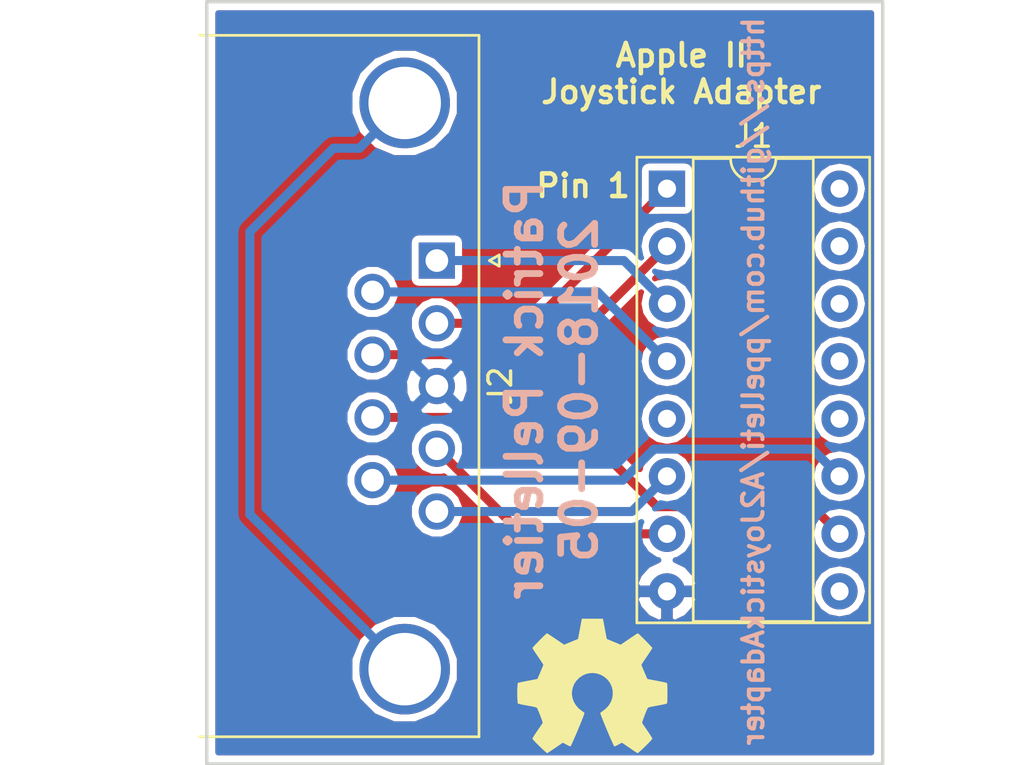
<source format=kicad_pcb>
(kicad_pcb (version 4) (host pcbnew 4.0.7)

  (general
    (links 10)
    (no_connects 0)
    (area 0 0 0 0)
    (thickness 1.6)
    (drawings 8)
    (tracks 27)
    (zones 0)
    (modules 3)
    (nets 11)
  )

  (page USLetter)
  (title_block
    (title "16-pin to 9-pin joystick adapter for Apple II")
    (date 2018-09-05)
    (rev 1.0)
    (company "Patrick Pelletier")
  )

  (layers
    (0 F.Cu signal)
    (31 B.Cu signal)
    (32 B.Adhes user)
    (33 F.Adhes user)
    (34 B.Paste user)
    (35 F.Paste user)
    (36 B.SilkS user)
    (37 F.SilkS user)
    (38 B.Mask user)
    (39 F.Mask user)
    (40 Dwgs.User user)
    (41 Cmts.User user)
    (42 Eco1.User user)
    (43 Eco2.User user)
    (44 Edge.Cuts user)
    (45 Margin user)
    (46 B.CrtYd user)
    (47 F.CrtYd user)
    (48 B.Fab user)
    (49 F.Fab user)
  )

  (setup
    (last_trace_width 0.4)
    (user_trace_width 0.4)
    (trace_clearance 0.2)
    (zone_clearance 0.3048)
    (zone_45_only no)
    (trace_min 0.2)
    (segment_width 0.2)
    (edge_width 0.15)
    (via_size 0.6)
    (via_drill 0.4)
    (via_min_size 0.4)
    (via_min_drill 0.3)
    (uvia_size 0.3)
    (uvia_drill 0.1)
    (uvias_allowed no)
    (uvia_min_size 0.2)
    (uvia_min_drill 0.1)
    (pcb_text_width 0.3)
    (pcb_text_size 1.5 1.5)
    (mod_edge_width 0.15)
    (mod_text_size 1 1)
    (mod_text_width 0.15)
    (pad_size 1.524 1.524)
    (pad_drill 0.762)
    (pad_to_mask_clearance 0)
    (aux_axis_origin 0 0)
    (visible_elements FFFFFF7F)
    (pcbplotparams
      (layerselection 0x00030_80000001)
      (usegerberextensions false)
      (excludeedgelayer true)
      (linewidth 0.100000)
      (plotframeref false)
      (viasonmask false)
      (mode 1)
      (useauxorigin false)
      (hpglpennumber 1)
      (hpglpenspeed 20)
      (hpglpendiameter 15)
      (hpglpenoverlay 2)
      (psnegative false)
      (psa4output false)
      (plotreference true)
      (plotvalue true)
      (plotinvisibletext false)
      (padsonsilk false)
      (subtractmaskfromsilk false)
      (outputformat 1)
      (mirror false)
      (drillshape 1)
      (scaleselection 1)
      (outputdirectory ""))
  )

  (net 0 "")
  (net 1 +5V)
  (net 2 /PB0)
  (net 3 /PDL1)
  (net 4 /PB1)
  (net 5 /PDL3)
  (net 6 /PB2)
  (net 7 /PDL0)
  (net 8 /PDL2)
  (net 9 GND)
  (net 10 "Net-(J2-Pad0)")

  (net_class Default "This is the default net class."
    (clearance 0.2)
    (trace_width 0.25)
    (via_dia 0.6)
    (via_drill 0.4)
    (uvia_dia 0.3)
    (uvia_drill 0.1)
    (add_net +5V)
    (add_net /PB0)
    (add_net /PB1)
    (add_net /PB2)
    (add_net /PDL0)
    (add_net /PDL1)
    (add_net /PDL2)
    (add_net /PDL3)
    (add_net GND)
    (add_net "Net-(J2-Pad0)")
  )

  (module Housings_DIP:DIP-16_W7.62mm_Socket (layer F.Cu) (tedit 59C78D6B) (tstamp 5B90602D)
    (at 149.86 104.775)
    (descr "16-lead though-hole mounted DIP package, row spacing 7.62 mm (300 mils), Socket")
    (tags "THT DIP DIL PDIP 2.54mm 7.62mm 300mil Socket")
    (path /5B90257F)
    (fp_text reference J1 (at 3.81 -2.33) (layer F.SilkS)
      (effects (font (size 1 1) (thickness 0.15)))
    )
    (fp_text value Conn_02x08_Counter_Clockwise (at 3.81 20.11) (layer F.Fab)
      (effects (font (size 1 1) (thickness 0.15)))
    )
    (fp_arc (start 3.81 -1.33) (end 2.81 -1.33) (angle -180) (layer F.SilkS) (width 0.12))
    (fp_line (start 1.635 -1.27) (end 6.985 -1.27) (layer F.Fab) (width 0.1))
    (fp_line (start 6.985 -1.27) (end 6.985 19.05) (layer F.Fab) (width 0.1))
    (fp_line (start 6.985 19.05) (end 0.635 19.05) (layer F.Fab) (width 0.1))
    (fp_line (start 0.635 19.05) (end 0.635 -0.27) (layer F.Fab) (width 0.1))
    (fp_line (start 0.635 -0.27) (end 1.635 -1.27) (layer F.Fab) (width 0.1))
    (fp_line (start -1.27 -1.33) (end -1.27 19.11) (layer F.Fab) (width 0.1))
    (fp_line (start -1.27 19.11) (end 8.89 19.11) (layer F.Fab) (width 0.1))
    (fp_line (start 8.89 19.11) (end 8.89 -1.33) (layer F.Fab) (width 0.1))
    (fp_line (start 8.89 -1.33) (end -1.27 -1.33) (layer F.Fab) (width 0.1))
    (fp_line (start 2.81 -1.33) (end 1.16 -1.33) (layer F.SilkS) (width 0.12))
    (fp_line (start 1.16 -1.33) (end 1.16 19.11) (layer F.SilkS) (width 0.12))
    (fp_line (start 1.16 19.11) (end 6.46 19.11) (layer F.SilkS) (width 0.12))
    (fp_line (start 6.46 19.11) (end 6.46 -1.33) (layer F.SilkS) (width 0.12))
    (fp_line (start 6.46 -1.33) (end 4.81 -1.33) (layer F.SilkS) (width 0.12))
    (fp_line (start -1.33 -1.39) (end -1.33 19.17) (layer F.SilkS) (width 0.12))
    (fp_line (start -1.33 19.17) (end 8.95 19.17) (layer F.SilkS) (width 0.12))
    (fp_line (start 8.95 19.17) (end 8.95 -1.39) (layer F.SilkS) (width 0.12))
    (fp_line (start 8.95 -1.39) (end -1.33 -1.39) (layer F.SilkS) (width 0.12))
    (fp_line (start -1.55 -1.6) (end -1.55 19.4) (layer F.CrtYd) (width 0.05))
    (fp_line (start -1.55 19.4) (end 9.15 19.4) (layer F.CrtYd) (width 0.05))
    (fp_line (start 9.15 19.4) (end 9.15 -1.6) (layer F.CrtYd) (width 0.05))
    (fp_line (start 9.15 -1.6) (end -1.55 -1.6) (layer F.CrtYd) (width 0.05))
    (fp_text user %R (at 3.81 8.89) (layer F.Fab)
      (effects (font (size 1 1) (thickness 0.15)))
    )
    (pad 1 thru_hole rect (at 0 0) (size 1.6 1.6) (drill 0.8) (layers *.Cu *.Mask)
      (net 1 +5V))
    (pad 9 thru_hole oval (at 7.62 17.78) (size 1.6 1.6) (drill 0.8) (layers *.Cu *.Mask))
    (pad 2 thru_hole oval (at 0 2.54) (size 1.6 1.6) (drill 0.8) (layers *.Cu *.Mask)
      (net 2 /PB0))
    (pad 10 thru_hole oval (at 7.62 15.24) (size 1.6 1.6) (drill 0.8) (layers *.Cu *.Mask)
      (net 3 /PDL1))
    (pad 3 thru_hole oval (at 0 5.08) (size 1.6 1.6) (drill 0.8) (layers *.Cu *.Mask)
      (net 4 /PB1))
    (pad 11 thru_hole oval (at 7.62 12.7) (size 1.6 1.6) (drill 0.8) (layers *.Cu *.Mask)
      (net 5 /PDL3))
    (pad 4 thru_hole oval (at 0 7.62) (size 1.6 1.6) (drill 0.8) (layers *.Cu *.Mask)
      (net 6 /PB2))
    (pad 12 thru_hole oval (at 7.62 10.16) (size 1.6 1.6) (drill 0.8) (layers *.Cu *.Mask))
    (pad 5 thru_hole oval (at 0 10.16) (size 1.6 1.6) (drill 0.8) (layers *.Cu *.Mask))
    (pad 13 thru_hole oval (at 7.62 7.62) (size 1.6 1.6) (drill 0.8) (layers *.Cu *.Mask))
    (pad 6 thru_hole oval (at 0 12.7) (size 1.6 1.6) (drill 0.8) (layers *.Cu *.Mask)
      (net 7 /PDL0))
    (pad 14 thru_hole oval (at 7.62 5.08) (size 1.6 1.6) (drill 0.8) (layers *.Cu *.Mask))
    (pad 7 thru_hole oval (at 0 15.24) (size 1.6 1.6) (drill 0.8) (layers *.Cu *.Mask)
      (net 8 /PDL2))
    (pad 15 thru_hole oval (at 7.62 2.54) (size 1.6 1.6) (drill 0.8) (layers *.Cu *.Mask))
    (pad 8 thru_hole oval (at 0 17.78) (size 1.6 1.6) (drill 0.8) (layers *.Cu *.Mask)
      (net 9 GND))
    (pad 16 thru_hole oval (at 7.62 0) (size 1.6 1.6) (drill 0.8) (layers *.Cu *.Mask))
    (model ${KISYS3DMOD}/Housings_DIP.3dshapes/DIP-16_W7.62mm_Socket.wrl
      (at (xyz 0 0 0))
      (scale (xyz 1 1 1))
      (rotate (xyz 0 0 0))
    )
  )

  (module footprints:DSUB-9_Male_Horizontal_P2.77x2.84mm_EdgePinOffset7.70mm_Housed_MountingHolesOffset9.12mm (layer F.Cu) (tedit 59FEDEE2) (tstamp 5B90603C)
    (at 139.7 107.95 270)
    (descr "9-pin D-Sub connector, horizontal/angled (90 deg), THT-mount, male, pitch 2.77x2.84mm, pin-PCB-offset 7.699999999999999mm, distance of mounting holes 25mm, distance of mounting holes to PCB edge 9.12mm, see https://disti-assets.s3.amazonaws.com/tonar/files/datasheets/16730.pdf")
    (tags "9-pin D-Sub connector horizontal angled 90deg THT male pitch 2.77x2.84mm pin-PCB-offset 7.699999999999999mm mounting-holes-distance 25mm mounting-hole-offset 25mm")
    (path /5B902516)
    (fp_text reference J2 (at 5.54 -2.8 270) (layer F.SilkS)
      (effects (font (size 1 1) (thickness 0.15)))
    )
    (fp_text value DE9_Male_MountingHoles (at 5.54 18.44 270) (layer F.Fab)
      (effects (font (size 1 1) (thickness 0.15)))
    )
    (fp_arc (start -6.96 1.42) (end -8.56 1.42) (angle 180) (layer F.Fab) (width 0.1))
    (fp_arc (start 18.04 1.42) (end 16.44 1.42) (angle 180) (layer F.Fab) (width 0.1))
    (fp_line (start -9.885 -1.8) (end -9.885 10.54) (layer F.Fab) (width 0.1))
    (fp_line (start -9.885 10.54) (end 20.965 10.54) (layer F.Fab) (width 0.1))
    (fp_line (start 20.965 10.54) (end 20.965 -1.8) (layer F.Fab) (width 0.1))
    (fp_line (start 20.965 -1.8) (end -9.885 -1.8) (layer F.Fab) (width 0.1))
    (fp_line (start -9.885 10.54) (end -9.885 10.94) (layer F.Fab) (width 0.1))
    (fp_line (start -9.885 10.94) (end 20.965 10.94) (layer F.Fab) (width 0.1))
    (fp_line (start 20.965 10.94) (end 20.965 10.54) (layer F.Fab) (width 0.1))
    (fp_line (start 20.965 10.54) (end -9.885 10.54) (layer F.Fab) (width 0.1))
    (fp_line (start -2.61 10.94) (end -2.61 16.94) (layer F.Fab) (width 0.1))
    (fp_line (start -2.61 16.94) (end 13.69 16.94) (layer F.Fab) (width 0.1))
    (fp_line (start 13.69 16.94) (end 13.69 10.94) (layer F.Fab) (width 0.1))
    (fp_line (start 13.69 10.94) (end -2.61 10.94) (layer F.Fab) (width 0.1))
    (fp_line (start -9.46 10.94) (end -9.46 15.94) (layer F.Fab) (width 0.1))
    (fp_line (start -9.46 15.94) (end -4.46 15.94) (layer F.Fab) (width 0.1))
    (fp_line (start -4.46 15.94) (end -4.46 10.94) (layer F.Fab) (width 0.1))
    (fp_line (start -4.46 10.94) (end -9.46 10.94) (layer F.Fab) (width 0.1))
    (fp_line (start 15.54 10.94) (end 15.54 15.94) (layer F.Fab) (width 0.1))
    (fp_line (start 15.54 15.94) (end 20.54 15.94) (layer F.Fab) (width 0.1))
    (fp_line (start 20.54 15.94) (end 20.54 10.94) (layer F.Fab) (width 0.1))
    (fp_line (start 20.54 10.94) (end 15.54 10.94) (layer F.Fab) (width 0.1))
    (fp_line (start -8.56 10.54) (end -8.56 1.42) (layer F.Fab) (width 0.1))
    (fp_line (start -5.36 10.54) (end -5.36 1.42) (layer F.Fab) (width 0.1))
    (fp_line (start 16.44 10.54) (end 16.44 1.42) (layer F.Fab) (width 0.1))
    (fp_line (start 19.64 10.54) (end 19.64 1.42) (layer F.Fab) (width 0.1))
    (fp_line (start -9.945 10.48) (end -9.945 -1.86) (layer F.SilkS) (width 0.12))
    (fp_line (start -9.945 -1.86) (end 21.025 -1.86) (layer F.SilkS) (width 0.12))
    (fp_line (start 21.025 -1.86) (end 21.025 10.48) (layer F.SilkS) (width 0.12))
    (fp_line (start -0.25 -2.754338) (end 0.25 -2.754338) (layer F.SilkS) (width 0.12))
    (fp_line (start 0.25 -2.754338) (end 0 -2.321325) (layer F.SilkS) (width 0.12))
    (fp_line (start 0 -2.321325) (end -0.25 -2.754338) (layer F.SilkS) (width 0.12))
    (fp_line (start -10.4 -2.35) (end -10.4 17.45) (layer F.CrtYd) (width 0.05))
    (fp_line (start -10.4 17.45) (end 21.5 17.45) (layer F.CrtYd) (width 0.05))
    (fp_line (start 21.5 17.45) (end 21.5 -2.35) (layer F.CrtYd) (width 0.05))
    (fp_line (start 21.5 -2.35) (end -10.4 -2.35) (layer F.CrtYd) (width 0.05))
    (fp_text user %R (at 5.54 13.94 270) (layer F.Fab)
      (effects (font (size 1 1) (thickness 0.15)))
    )
    (pad 1 thru_hole rect (at 0 0 270) (size 1.6 1.6) (drill 1) (layers *.Cu *.Mask)
      (net 4 /PB1))
    (pad 2 thru_hole circle (at 2.77 0 270) (size 1.6 1.6) (drill 1) (layers *.Cu *.Mask)
      (net 1 +5V))
    (pad 3 thru_hole circle (at 5.54 0 270) (size 1.6 1.6) (drill 1) (layers *.Cu *.Mask)
      (net 9 GND))
    (pad 4 thru_hole circle (at 8.31 0 270) (size 1.6 1.6) (drill 1) (layers *.Cu *.Mask)
      (net 8 /PDL2))
    (pad 5 thru_hole circle (at 11.08 0 270) (size 1.6 1.6) (drill 1) (layers *.Cu *.Mask)
      (net 7 /PDL0))
    (pad 6 thru_hole circle (at 1.385 2.84 270) (size 1.6 1.6) (drill 1) (layers *.Cu *.Mask)
      (net 6 /PB2))
    (pad 7 thru_hole circle (at 4.155 2.84 270) (size 1.6 1.6) (drill 1) (layers *.Cu *.Mask)
      (net 2 /PB0))
    (pad 8 thru_hole circle (at 6.925 2.84 270) (size 1.6 1.6) (drill 1) (layers *.Cu *.Mask)
      (net 3 /PDL1))
    (pad 9 thru_hole circle (at 9.695 2.84 270) (size 1.6 1.6) (drill 1) (layers *.Cu *.Mask)
      (net 5 /PDL3))
    (pad 0 thru_hole circle (at -6.96 1.42 270) (size 4 4) (drill 3.2) (layers *.Cu *.Mask)
      (net 10 "Net-(J2-Pad0)"))
    (pad 0 thru_hole circle (at 18.04 1.42 270) (size 4 4) (drill 3.2) (layers *.Cu *.Mask)
      (net 10 "Net-(J2-Pad0)"))
    (model ${KISYS3DMOD}/Connector_Dsub.3dshapes/DSUB-9_Male_Horizontal_P2.77x2.84mm_EdgePinOffset7.70mm_Housed_MountingHolesOffset9.12mm.wrl
      (at (xyz 0 0 0))
      (scale (xyz 1 1 1))
      (rotate (xyz 0 0 0))
    )
  )

  (module Symbols:OSHW-Symbol_6.7x6mm_SilkScreen (layer F.Cu) (tedit 0) (tstamp 5B9060B0)
    (at 146.558 126.746)
    (descr "Open Source Hardware Symbol")
    (tags "Logo Symbol OSHW")
    (attr virtual)
    (fp_text reference REF*** (at 0 0) (layer F.SilkS) hide
      (effects (font (size 1 1) (thickness 0.15)))
    )
    (fp_text value OSHW-Symbol_6.7x6mm_SilkScreen (at 0.75 0) (layer F.Fab) hide
      (effects (font (size 1 1) (thickness 0.15)))
    )
    (fp_poly (pts (xy 0.555814 -2.531069) (xy 0.639635 -2.086445) (xy 0.94892 -1.958947) (xy 1.258206 -1.831449)
      (xy 1.629246 -2.083754) (xy 1.733157 -2.154004) (xy 1.827087 -2.216728) (xy 1.906652 -2.269062)
      (xy 1.96747 -2.308143) (xy 2.005157 -2.331107) (xy 2.015421 -2.336058) (xy 2.03391 -2.323324)
      (xy 2.07342 -2.288118) (xy 2.129522 -2.234938) (xy 2.197787 -2.168282) (xy 2.273786 -2.092646)
      (xy 2.353092 -2.012528) (xy 2.431275 -1.932426) (xy 2.503907 -1.856836) (xy 2.566559 -1.790255)
      (xy 2.614803 -1.737182) (xy 2.64421 -1.702113) (xy 2.651241 -1.690377) (xy 2.641123 -1.66874)
      (xy 2.612759 -1.621338) (xy 2.569129 -1.552807) (xy 2.513218 -1.467785) (xy 2.448006 -1.370907)
      (xy 2.410219 -1.31565) (xy 2.341343 -1.214752) (xy 2.28014 -1.123701) (xy 2.229578 -1.04703)
      (xy 2.192628 -0.989272) (xy 2.172258 -0.954957) (xy 2.169197 -0.947746) (xy 2.176136 -0.927252)
      (xy 2.195051 -0.879487) (xy 2.223087 -0.811168) (xy 2.257391 -0.729011) (xy 2.295109 -0.63973)
      (xy 2.333387 -0.550042) (xy 2.36937 -0.466662) (xy 2.400206 -0.396306) (xy 2.423039 -0.34569)
      (xy 2.435017 -0.321529) (xy 2.435724 -0.320578) (xy 2.454531 -0.315964) (xy 2.504618 -0.305672)
      (xy 2.580793 -0.290713) (xy 2.677865 -0.272099) (xy 2.790643 -0.250841) (xy 2.856442 -0.238582)
      (xy 2.97695 -0.215638) (xy 3.085797 -0.193805) (xy 3.177476 -0.174278) (xy 3.246481 -0.158252)
      (xy 3.287304 -0.146921) (xy 3.295511 -0.143326) (xy 3.303548 -0.118994) (xy 3.310033 -0.064041)
      (xy 3.31497 0.015108) (xy 3.318364 0.112026) (xy 3.320218 0.220287) (xy 3.320538 0.333465)
      (xy 3.319327 0.445135) (xy 3.31659 0.548868) (xy 3.312331 0.638241) (xy 3.306555 0.706826)
      (xy 3.299267 0.748197) (xy 3.294895 0.75681) (xy 3.268764 0.767133) (xy 3.213393 0.781892)
      (xy 3.136107 0.799352) (xy 3.04423 0.81778) (xy 3.012158 0.823741) (xy 2.857524 0.852066)
      (xy 2.735375 0.874876) (xy 2.641673 0.89308) (xy 2.572384 0.907583) (xy 2.523471 0.919292)
      (xy 2.490897 0.929115) (xy 2.470628 0.937956) (xy 2.458626 0.946724) (xy 2.456947 0.948457)
      (xy 2.440184 0.976371) (xy 2.414614 1.030695) (xy 2.382788 1.104777) (xy 2.34726 1.191965)
      (xy 2.310583 1.285608) (xy 2.275311 1.379052) (xy 2.243996 1.465647) (xy 2.219193 1.53874)
      (xy 2.203454 1.591678) (xy 2.199332 1.617811) (xy 2.199676 1.618726) (xy 2.213641 1.640086)
      (xy 2.245322 1.687084) (xy 2.291391 1.754827) (xy 2.348518 1.838423) (xy 2.413373 1.932982)
      (xy 2.431843 1.959854) (xy 2.497699 2.057275) (xy 2.55565 2.146163) (xy 2.602538 2.221412)
      (xy 2.635207 2.27792) (xy 2.6505 2.310581) (xy 2.651241 2.314593) (xy 2.638392 2.335684)
      (xy 2.602888 2.377464) (xy 2.549293 2.435445) (xy 2.482171 2.505135) (xy 2.406087 2.582045)
      (xy 2.325604 2.661683) (xy 2.245287 2.739561) (xy 2.169699 2.811186) (xy 2.103405 2.87207)
      (xy 2.050969 2.917721) (xy 2.016955 2.94365) (xy 2.007545 2.947883) (xy 1.985643 2.937912)
      (xy 1.9408 2.91102) (xy 1.880321 2.871736) (xy 1.833789 2.840117) (xy 1.749475 2.782098)
      (xy 1.649626 2.713784) (xy 1.549473 2.645579) (xy 1.495627 2.609075) (xy 1.313371 2.4858)
      (xy 1.160381 2.56852) (xy 1.090682 2.604759) (xy 1.031414 2.632926) (xy 0.991311 2.648991)
      (xy 0.981103 2.651226) (xy 0.968829 2.634722) (xy 0.944613 2.588082) (xy 0.910263 2.515609)
      (xy 0.867588 2.421606) (xy 0.818394 2.310374) (xy 0.76449 2.186215) (xy 0.707684 2.053432)
      (xy 0.649782 1.916327) (xy 0.592593 1.779202) (xy 0.537924 1.646358) (xy 0.487584 1.522098)
      (xy 0.44338 1.410725) (xy 0.407119 1.316539) (xy 0.380609 1.243844) (xy 0.365658 1.196941)
      (xy 0.363254 1.180833) (xy 0.382311 1.160286) (xy 0.424036 1.126933) (xy 0.479706 1.087702)
      (xy 0.484378 1.084599) (xy 0.628264 0.969423) (xy 0.744283 0.835053) (xy 0.83143 0.685784)
      (xy 0.888699 0.525913) (xy 0.915086 0.359737) (xy 0.909585 0.191552) (xy 0.87119 0.025655)
      (xy 0.798895 -0.133658) (xy 0.777626 -0.168513) (xy 0.666996 -0.309263) (xy 0.536302 -0.422286)
      (xy 0.390064 -0.506997) (xy 0.232808 -0.562806) (xy 0.069057 -0.589126) (xy -0.096667 -0.58537)
      (xy -0.259838 -0.55095) (xy -0.415935 -0.485277) (xy -0.560433 -0.387765) (xy -0.605131 -0.348187)
      (xy -0.718888 -0.224297) (xy -0.801782 -0.093876) (xy -0.858644 0.052315) (xy -0.890313 0.197088)
      (xy -0.898131 0.35986) (xy -0.872062 0.52344) (xy -0.814755 0.682298) (xy -0.728856 0.830906)
      (xy -0.617014 0.963735) (xy -0.481877 1.075256) (xy -0.464117 1.087011) (xy -0.40785 1.125508)
      (xy -0.365077 1.158863) (xy -0.344628 1.18016) (xy -0.344331 1.180833) (xy -0.348721 1.203871)
      (xy -0.366124 1.256157) (xy -0.394732 1.33339) (xy -0.432735 1.431268) (xy -0.478326 1.545491)
      (xy -0.529697 1.671758) (xy -0.585038 1.805767) (xy -0.642542 1.943218) (xy -0.700399 2.079808)
      (xy -0.756802 2.211237) (xy -0.809942 2.333205) (xy -0.85801 2.441409) (xy -0.899199 2.531549)
      (xy -0.931699 2.599323) (xy -0.953703 2.64043) (xy -0.962564 2.651226) (xy -0.98964 2.642819)
      (xy -1.040303 2.620272) (xy -1.105817 2.587613) (xy -1.141841 2.56852) (xy -1.294832 2.4858)
      (xy -1.477088 2.609075) (xy -1.570125 2.672228) (xy -1.671985 2.741727) (xy -1.767438 2.807165)
      (xy -1.81525 2.840117) (xy -1.882495 2.885273) (xy -1.939436 2.921057) (xy -1.978646 2.942938)
      (xy -1.991381 2.947563) (xy -2.009917 2.935085) (xy -2.050941 2.900252) (xy -2.110475 2.846678)
      (xy -2.184542 2.777983) (xy -2.269165 2.697781) (xy -2.322685 2.646286) (xy -2.416319 2.554286)
      (xy -2.497241 2.471999) (xy -2.562177 2.402945) (xy -2.607858 2.350644) (xy -2.631011 2.318616)
      (xy -2.633232 2.312116) (xy -2.622924 2.287394) (xy -2.594439 2.237405) (xy -2.550937 2.167212)
      (xy -2.495577 2.081875) (xy -2.43152 1.986456) (xy -2.413303 1.959854) (xy -2.346927 1.863167)
      (xy -2.287378 1.776117) (xy -2.237984 1.703595) (xy -2.202075 1.650493) (xy -2.182981 1.621703)
      (xy -2.181136 1.618726) (xy -2.183895 1.595782) (xy -2.198538 1.545336) (xy -2.222513 1.474041)
      (xy -2.253266 1.388547) (xy -2.288244 1.295507) (xy -2.324893 1.201574) (xy -2.360661 1.113399)
      (xy -2.392994 1.037634) (xy -2.419338 0.980931) (xy -2.437142 0.949943) (xy -2.438407 0.948457)
      (xy -2.449294 0.939601) (xy -2.467682 0.930843) (xy -2.497606 0.921277) (xy -2.543103 0.909996)
      (xy -2.608209 0.896093) (xy -2.696961 0.878663) (xy -2.813393 0.856798) (xy -2.961542 0.829591)
      (xy -2.993618 0.823741) (xy -3.088686 0.805374) (xy -3.171565 0.787405) (xy -3.23493 0.771569)
      (xy -3.271458 0.7596) (xy -3.276356 0.75681) (xy -3.284427 0.732072) (xy -3.290987 0.67679)
      (xy -3.296033 0.597389) (xy -3.299559 0.500296) (xy -3.301561 0.391938) (xy -3.302036 0.27874)
      (xy -3.300977 0.167128) (xy -3.298382 0.063529) (xy -3.294246 -0.025632) (xy -3.288563 -0.093928)
      (xy -3.281331 -0.134934) (xy -3.276971 -0.143326) (xy -3.252698 -0.151792) (xy -3.197426 -0.165565)
      (xy -3.116662 -0.18345) (xy -3.015912 -0.204252) (xy -2.900683 -0.226777) (xy -2.837902 -0.238582)
      (xy -2.718787 -0.260849) (xy -2.612565 -0.281021) (xy -2.524427 -0.298085) (xy -2.459566 -0.311031)
      (xy -2.423174 -0.318845) (xy -2.417184 -0.320578) (xy -2.407061 -0.34011) (xy -2.385662 -0.387157)
      (xy -2.355839 -0.454997) (xy -2.320445 -0.536909) (xy -2.282332 -0.626172) (xy -2.244353 -0.716065)
      (xy -2.20936 -0.799865) (xy -2.180206 -0.870853) (xy -2.159743 -0.922306) (xy -2.150823 -0.947503)
      (xy -2.150657 -0.948604) (xy -2.160769 -0.968481) (xy -2.189117 -1.014223) (xy -2.232723 -1.081283)
      (xy -2.288606 -1.165116) (xy -2.353787 -1.261174) (xy -2.391679 -1.31635) (xy -2.460725 -1.417519)
      (xy -2.52205 -1.50937) (xy -2.572663 -1.587256) (xy -2.609571 -1.646531) (xy -2.629782 -1.682549)
      (xy -2.632701 -1.690623) (xy -2.620153 -1.709416) (xy -2.585463 -1.749543) (xy -2.533063 -1.806507)
      (xy -2.467384 -1.875815) (xy -2.392856 -1.952969) (xy -2.313913 -2.033475) (xy -2.234983 -2.112837)
      (xy -2.1605 -2.18656) (xy -2.094894 -2.250148) (xy -2.042596 -2.299106) (xy -2.008039 -2.328939)
      (xy -1.996478 -2.336058) (xy -1.977654 -2.326047) (xy -1.932631 -2.297922) (xy -1.865787 -2.254546)
      (xy -1.781499 -2.198782) (xy -1.684144 -2.133494) (xy -1.610707 -2.083754) (xy -1.239667 -1.831449)
      (xy -0.621095 -2.086445) (xy -0.537275 -2.531069) (xy -0.453454 -2.975693) (xy 0.471994 -2.975693)
      (xy 0.555814 -2.531069)) (layer F.SilkS) (width 0.01))
  )

  (gr_text "Pin 1" (at 148.336 104.648) (layer F.SilkS)
    (effects (font (size 1 1) (thickness 0.2)) (justify right))
  )
  (gr_text "Apple II\nJoystick Adapter" (at 150.495 99.695) (layer F.SilkS)
    (effects (font (size 1 1) (thickness 0.2)))
  )
  (gr_text "Patrick Pelletier\n2018-09-05" (at 144.78 113.665 90) (layer B.SilkS)
    (effects (font (size 1.5 1.5) (thickness 0.3)) (justify mirror))
  )
  (gr_text https://github.com/ppelleti/A2JoystickAdapter (at 153.67 113.284 90) (layer B.SilkS)
    (effects (font (size 0.9 0.9) (thickness 0.18)) (justify mirror))
  )
  (gr_line (start 159.385 96.52) (end 129.54 96.52) (angle 90) (layer Edge.Cuts) (width 0.15))
  (gr_line (start 159.385 130.175) (end 159.385 96.52) (angle 90) (layer Edge.Cuts) (width 0.15))
  (gr_line (start 129.54 130.175) (end 159.385 130.175) (angle 90) (layer Edge.Cuts) (width 0.15))
  (gr_line (start 129.54 96.52) (end 129.54 130.175) (angle 90) (layer Edge.Cuts) (width 0.15))

  (segment (start 139.7 110.72) (end 143.915 110.72) (width 0.4) (layer F.Cu) (net 1))
  (segment (start 143.915 110.72) (end 149.86 104.775) (width 0.4) (layer F.Cu) (net 1))
  (segment (start 136.86 112.105) (end 145.07 112.105) (width 0.4) (layer F.Cu) (net 2))
  (segment (start 145.07 112.105) (end 149.86 107.315) (width 0.4) (layer F.Cu) (net 2))
  (segment (start 136.86 114.875) (end 145.483998 114.875) (width 0.4) (layer F.Cu) (net 3))
  (segment (start 145.483998 114.875) (end 149.423997 118.814999) (width 0.4) (layer F.Cu) (net 3))
  (segment (start 149.423997 118.814999) (end 156.279999 118.814999) (width 0.4) (layer F.Cu) (net 3))
  (segment (start 156.279999 118.814999) (end 156.680001 119.215001) (width 0.4) (layer F.Cu) (net 3))
  (segment (start 156.680001 119.215001) (end 157.48 120.015) (width 0.4) (layer F.Cu) (net 3))
  (segment (start 139.7 107.95) (end 147.955 107.95) (width 0.4) (layer B.Cu) (net 4))
  (segment (start 147.955 107.95) (end 149.86 109.855) (width 0.4) (layer B.Cu) (net 4))
  (segment (start 136.86 117.645) (end 147.913998 117.645) (width 0.4) (layer B.Cu) (net 5))
  (segment (start 147.913998 117.645) (end 149.283999 116.274999) (width 0.4) (layer B.Cu) (net 5))
  (segment (start 149.283999 116.274999) (end 156.279999 116.274999) (width 0.4) (layer B.Cu) (net 5))
  (segment (start 156.680001 116.675001) (end 157.48 117.475) (width 0.4) (layer B.Cu) (net 5))
  (segment (start 156.279999 116.274999) (end 156.680001 116.675001) (width 0.4) (layer B.Cu) (net 5))
  (segment (start 136.86 109.335) (end 146.8 109.335) (width 0.4) (layer B.Cu) (net 6))
  (segment (start 146.8 109.335) (end 149.86 112.395) (width 0.4) (layer B.Cu) (net 6))
  (segment (start 139.7 119.03) (end 148.305 119.03) (width 0.4) (layer B.Cu) (net 7))
  (segment (start 148.305 119.03) (end 149.86 117.475) (width 0.4) (layer B.Cu) (net 7))
  (segment (start 139.7 116.26) (end 143.455 120.015) (width 0.4) (layer F.Cu) (net 8))
  (segment (start 143.455 120.015) (end 149.86 120.015) (width 0.4) (layer F.Cu) (net 8))
  (segment (start 131.445 106.68) (end 131.445 119.155) (width 0.4) (layer B.Cu) (net 10))
  (segment (start 131.445 119.155) (end 138.28 125.99) (width 0.4) (layer B.Cu) (net 10))
  (segment (start 135.135001 102.989999) (end 131.445 106.68) (width 0.4) (layer B.Cu) (net 10))
  (segment (start 138.28 100.99) (end 136.280001 102.989999) (width 0.4) (layer B.Cu) (net 10))
  (segment (start 136.280001 102.989999) (end 135.135001 102.989999) (width 0.4) (layer B.Cu) (net 10))

  (zone (net 9) (net_name GND) (layer B.Cu) (tstamp 5B90609D) (hatch edge 0.508)
    (connect_pads (clearance 0.3048))
    (min_thickness 0.254)
    (fill yes (arc_segments 16) (thermal_gap 0.508) (thermal_bridge_width 0.508))
    (polygon
      (pts
        (xy 159.385 130.175) (xy 129.54 130.175) (xy 129.54 96.52) (xy 159.385 96.52)
      )
    )
    (filled_polygon
      (pts
        (xy 158.8782 129.6682) (xy 130.0468 129.6682) (xy 130.0468 106.68) (xy 130.8132 106.68) (xy 130.8132 119.155)
        (xy 130.861293 119.39678) (xy 130.99825 119.60175) (xy 136.157296 124.760796) (xy 135.848623 125.504163) (xy 135.847779 126.471593)
        (xy 136.217218 127.365705) (xy 136.900697 128.050378) (xy 137.794163 128.421377) (xy 138.761593 128.422221) (xy 139.655705 128.052782)
        (xy 140.340378 127.369303) (xy 140.711377 126.475837) (xy 140.712221 125.508407) (xy 140.342782 124.614295) (xy 139.659303 123.929622)
        (xy 138.765837 123.558623) (xy 137.798407 123.557779) (xy 137.050364 123.866864) (xy 136.087539 122.904039) (xy 148.468096 122.904039)
        (xy 148.628959 123.292423) (xy 149.004866 123.707389) (xy 149.510959 123.946914) (xy 149.733 123.825629) (xy 149.733 122.682)
        (xy 149.987 122.682) (xy 149.987 123.825629) (xy 150.209041 123.946914) (xy 150.715134 123.707389) (xy 151.091041 123.292423)
        (xy 151.251904 122.904039) (xy 151.129915 122.682) (xy 149.987 122.682) (xy 149.733 122.682) (xy 148.590085 122.682)
        (xy 148.468096 122.904039) (xy 136.087539 122.904039) (xy 135.7385 122.555) (xy 156.224068 122.555) (xy 156.317833 123.026389)
        (xy 156.584854 123.426014) (xy 156.984479 123.693035) (xy 157.455868 123.7868) (xy 157.504132 123.7868) (xy 157.975521 123.693035)
        (xy 158.375146 123.426014) (xy 158.642167 123.026389) (xy 158.735932 122.555) (xy 158.642167 122.083611) (xy 158.375146 121.683986)
        (xy 157.975521 121.416965) (xy 157.504132 121.3232) (xy 157.455868 121.3232) (xy 156.984479 121.416965) (xy 156.584854 121.683986)
        (xy 156.317833 122.083611) (xy 156.224068 122.555) (xy 135.7385 122.555) (xy 132.0768 118.8933) (xy 132.0768 117.888945)
        (xy 135.627987 117.888945) (xy 135.815122 118.341847) (xy 136.161331 118.68866) (xy 136.613905 118.876585) (xy 137.103945 118.877013)
        (xy 137.556847 118.689878) (xy 137.90366 118.343669) (xy 137.931426 118.2768) (xy 138.710966 118.2768) (xy 138.65634 118.331331)
        (xy 138.468415 118.783905) (xy 138.467987 119.273945) (xy 138.655122 119.726847) (xy 139.001331 120.07366) (xy 139.453905 120.261585)
        (xy 139.943945 120.262013) (xy 140.396847 120.074878) (xy 140.74366 119.728669) (xy 140.771426 119.6618) (xy 148.305 119.6618)
        (xy 148.54678 119.613707) (xy 148.735054 119.487906) (xy 148.697833 119.543611) (xy 148.604068 120.015) (xy 148.697833 120.486389)
        (xy 148.964854 120.886014) (xy 149.364479 121.153035) (xy 149.482566 121.176524) (xy 149.004866 121.402611) (xy 148.628959 121.817577)
        (xy 148.468096 122.205961) (xy 148.590085 122.428) (xy 149.733 122.428) (xy 149.733 122.408) (xy 149.987 122.408)
        (xy 149.987 122.428) (xy 151.129915 122.428) (xy 151.251904 122.205961) (xy 151.091041 121.817577) (xy 150.715134 121.402611)
        (xy 150.237434 121.176524) (xy 150.355521 121.153035) (xy 150.755146 120.886014) (xy 151.022167 120.486389) (xy 151.115932 120.015)
        (xy 156.224068 120.015) (xy 156.317833 120.486389) (xy 156.584854 120.886014) (xy 156.984479 121.153035) (xy 157.455868 121.2468)
        (xy 157.504132 121.2468) (xy 157.975521 121.153035) (xy 158.375146 120.886014) (xy 158.642167 120.486389) (xy 158.735932 120.015)
        (xy 158.642167 119.543611) (xy 158.375146 119.143986) (xy 157.975521 118.876965) (xy 157.504132 118.7832) (xy 157.455868 118.7832)
        (xy 156.984479 118.876965) (xy 156.584854 119.143986) (xy 156.317833 119.543611) (xy 156.224068 120.015) (xy 151.115932 120.015)
        (xy 151.022167 119.543611) (xy 150.755146 119.143986) (xy 150.355521 118.876965) (xy 149.884132 118.7832) (xy 149.835868 118.7832)
        (xy 149.364479 118.876965) (xy 149.32547 118.90303) (xy 149.573824 118.654676) (xy 149.835868 118.7068) (xy 149.884132 118.7068)
        (xy 150.355521 118.613035) (xy 150.755146 118.346014) (xy 151.022167 117.946389) (xy 151.115932 117.475) (xy 151.022167 117.003611)
        (xy 150.957479 116.906799) (xy 156.018299 116.906799) (xy 156.284199 117.172699) (xy 156.224068 117.475) (xy 156.317833 117.946389)
        (xy 156.584854 118.346014) (xy 156.984479 118.613035) (xy 157.455868 118.7068) (xy 157.504132 118.7068) (xy 157.975521 118.613035)
        (xy 158.375146 118.346014) (xy 158.642167 117.946389) (xy 158.735932 117.475) (xy 158.642167 117.003611) (xy 158.375146 116.603986)
        (xy 157.975521 116.336965) (xy 157.504132 116.2432) (xy 157.455868 116.2432) (xy 157.193824 116.295324) (xy 156.94547 116.04697)
        (xy 156.984479 116.073035) (xy 157.455868 116.1668) (xy 157.504132 116.1668) (xy 157.975521 116.073035) (xy 158.375146 115.806014)
        (xy 158.642167 115.406389) (xy 158.735932 114.935) (xy 158.642167 114.463611) (xy 158.375146 114.063986) (xy 157.975521 113.796965)
        (xy 157.504132 113.7032) (xy 157.455868 113.7032) (xy 156.984479 113.796965) (xy 156.584854 114.063986) (xy 156.317833 114.463611)
        (xy 156.224068 114.935) (xy 156.317833 115.406389) (xy 156.506118 115.688177) (xy 156.279999 115.643199) (xy 150.863936 115.643199)
        (xy 151.022167 115.406389) (xy 151.115932 114.935) (xy 151.022167 114.463611) (xy 150.755146 114.063986) (xy 150.355521 113.796965)
        (xy 149.884132 113.7032) (xy 149.835868 113.7032) (xy 149.364479 113.796965) (xy 148.964854 114.063986) (xy 148.697833 114.463611)
        (xy 148.604068 114.935) (xy 148.697833 115.406389) (xy 148.935739 115.76244) (xy 148.837249 115.828249) (xy 147.652298 117.0132)
        (xy 140.689034 117.0132) (xy 140.74366 116.958669) (xy 140.931585 116.506095) (xy 140.932013 116.016055) (xy 140.744878 115.563153)
        (xy 140.398669 115.21634) (xy 139.946095 115.028415) (xy 139.456055 115.027987) (xy 139.003153 115.215122) (xy 138.65634 115.561331)
        (xy 138.468415 116.013905) (xy 138.467987 116.503945) (xy 138.655122 116.956847) (xy 138.711377 117.0132) (xy 137.931755 117.0132)
        (xy 137.904878 116.948153) (xy 137.558669 116.60134) (xy 137.106095 116.413415) (xy 136.616055 116.412987) (xy 136.163153 116.600122)
        (xy 135.81634 116.946331) (xy 135.628415 117.398905) (xy 135.627987 117.888945) (xy 132.0768 117.888945) (xy 132.0768 115.118945)
        (xy 135.627987 115.118945) (xy 135.815122 115.571847) (xy 136.161331 115.91866) (xy 136.613905 116.106585) (xy 137.103945 116.107013)
        (xy 137.556847 115.919878) (xy 137.90366 115.573669) (xy 138.091585 115.121095) (xy 138.092013 114.631055) (xy 138.036931 114.497745)
        (xy 138.871861 114.497745) (xy 138.945995 114.743864) (xy 139.483223 114.936965) (xy 140.053454 114.909778) (xy 140.454005 114.743864)
        (xy 140.528139 114.497745) (xy 139.7 113.669605) (xy 138.871861 114.497745) (xy 138.036931 114.497745) (xy 137.904878 114.178153)
        (xy 137.558669 113.83134) (xy 137.106095 113.643415) (xy 136.616055 113.642987) (xy 136.163153 113.830122) (xy 135.81634 114.176331)
        (xy 135.628415 114.628905) (xy 135.627987 115.118945) (xy 132.0768 115.118945) (xy 132.0768 112.348945) (xy 135.627987 112.348945)
        (xy 135.815122 112.801847) (xy 136.161331 113.14866) (xy 136.613905 113.336585) (xy 137.103945 113.337013) (xy 137.258328 113.273223)
        (xy 138.253035 113.273223) (xy 138.280222 113.843454) (xy 138.446136 114.244005) (xy 138.692255 114.318139) (xy 139.520395 113.49)
        (xy 139.879605 113.49) (xy 140.707745 114.318139) (xy 140.953864 114.244005) (xy 141.146965 113.706777) (xy 141.119778 113.136546)
        (xy 140.953864 112.735995) (xy 140.707745 112.661861) (xy 139.879605 113.49) (xy 139.520395 113.49) (xy 138.692255 112.661861)
        (xy 138.446136 112.735995) (xy 138.253035 113.273223) (xy 137.258328 113.273223) (xy 137.556847 113.149878) (xy 137.90366 112.803669)
        (xy 138.037122 112.482255) (xy 138.871861 112.482255) (xy 139.7 113.310395) (xy 140.528139 112.482255) (xy 140.454005 112.236136)
        (xy 139.916777 112.043035) (xy 139.346546 112.070222) (xy 138.945995 112.236136) (xy 138.871861 112.482255) (xy 138.037122 112.482255)
        (xy 138.091585 112.351095) (xy 138.092013 111.861055) (xy 137.904878 111.408153) (xy 137.558669 111.06134) (xy 137.106095 110.873415)
        (xy 136.616055 110.872987) (xy 136.163153 111.060122) (xy 135.81634 111.406331) (xy 135.628415 111.858905) (xy 135.627987 112.348945)
        (xy 132.0768 112.348945) (xy 132.0768 109.578945) (xy 135.627987 109.578945) (xy 135.815122 110.031847) (xy 136.161331 110.37866)
        (xy 136.613905 110.566585) (xy 137.103945 110.567013) (xy 137.556847 110.379878) (xy 137.90366 110.033669) (xy 137.931426 109.9668)
        (xy 138.710966 109.9668) (xy 138.65634 110.021331) (xy 138.468415 110.473905) (xy 138.467987 110.963945) (xy 138.655122 111.416847)
        (xy 139.001331 111.76366) (xy 139.453905 111.951585) (xy 139.943945 111.952013) (xy 140.396847 111.764878) (xy 140.74366 111.418669)
        (xy 140.931585 110.966095) (xy 140.932013 110.476055) (xy 140.744878 110.023153) (xy 140.688623 109.9668) (xy 146.5383 109.9668)
        (xy 148.664199 112.092699) (xy 148.604068 112.395) (xy 148.697833 112.866389) (xy 148.964854 113.266014) (xy 149.364479 113.533035)
        (xy 149.835868 113.6268) (xy 149.884132 113.6268) (xy 150.355521 113.533035) (xy 150.755146 113.266014) (xy 151.022167 112.866389)
        (xy 151.115932 112.395) (xy 156.224068 112.395) (xy 156.317833 112.866389) (xy 156.584854 113.266014) (xy 156.984479 113.533035)
        (xy 157.455868 113.6268) (xy 157.504132 113.6268) (xy 157.975521 113.533035) (xy 158.375146 113.266014) (xy 158.642167 112.866389)
        (xy 158.735932 112.395) (xy 158.642167 111.923611) (xy 158.375146 111.523986) (xy 157.975521 111.256965) (xy 157.504132 111.1632)
        (xy 157.455868 111.1632) (xy 156.984479 111.256965) (xy 156.584854 111.523986) (xy 156.317833 111.923611) (xy 156.224068 112.395)
        (xy 151.115932 112.395) (xy 151.022167 111.923611) (xy 150.755146 111.523986) (xy 150.355521 111.256965) (xy 149.884132 111.1632)
        (xy 149.835868 111.1632) (xy 149.573824 111.215324) (xy 149.32547 110.96697) (xy 149.364479 110.993035) (xy 149.835868 111.0868)
        (xy 149.884132 111.0868) (xy 150.355521 110.993035) (xy 150.755146 110.726014) (xy 151.022167 110.326389) (xy 151.115932 109.855)
        (xy 156.224068 109.855) (xy 156.317833 110.326389) (xy 156.584854 110.726014) (xy 156.984479 110.993035) (xy 157.455868 111.0868)
        (xy 157.504132 111.0868) (xy 157.975521 110.993035) (xy 158.375146 110.726014) (xy 158.642167 110.326389) (xy 158.735932 109.855)
        (xy 158.642167 109.383611) (xy 158.375146 108.983986) (xy 157.975521 108.716965) (xy 157.504132 108.6232) (xy 157.455868 108.6232)
        (xy 156.984479 108.716965) (xy 156.584854 108.983986) (xy 156.317833 109.383611) (xy 156.224068 109.855) (xy 151.115932 109.855)
        (xy 151.022167 109.383611) (xy 150.755146 108.983986) (xy 150.355521 108.716965) (xy 149.884132 108.6232) (xy 149.835868 108.6232)
        (xy 149.573824 108.675324) (xy 149.32547 108.42697) (xy 149.364479 108.453035) (xy 149.835868 108.5468) (xy 149.884132 108.5468)
        (xy 150.355521 108.453035) (xy 150.755146 108.186014) (xy 151.022167 107.786389) (xy 151.115932 107.315) (xy 156.224068 107.315)
        (xy 156.317833 107.786389) (xy 156.584854 108.186014) (xy 156.984479 108.453035) (xy 157.455868 108.5468) (xy 157.504132 108.5468)
        (xy 157.975521 108.453035) (xy 158.375146 108.186014) (xy 158.642167 107.786389) (xy 158.735932 107.315) (xy 158.642167 106.843611)
        (xy 158.375146 106.443986) (xy 157.975521 106.176965) (xy 157.504132 106.0832) (xy 157.455868 106.0832) (xy 156.984479 106.176965)
        (xy 156.584854 106.443986) (xy 156.317833 106.843611) (xy 156.224068 107.315) (xy 151.115932 107.315) (xy 151.022167 106.843611)
        (xy 150.755146 106.443986) (xy 150.355521 106.176965) (xy 149.884132 106.0832) (xy 149.835868 106.0832) (xy 149.364479 106.176965)
        (xy 148.964854 106.443986) (xy 148.697833 106.843611) (xy 148.604068 107.315) (xy 148.697833 107.786389) (xy 148.723898 107.825398)
        (xy 148.40175 107.50325) (xy 148.19678 107.366293) (xy 147.955 107.3182) (xy 140.940259 107.3182) (xy 140.940259 107.15)
        (xy 140.91015 106.989985) (xy 140.815581 106.84302) (xy 140.671285 106.744427) (xy 140.5 106.709741) (xy 138.9 106.709741)
        (xy 138.739985 106.73985) (xy 138.59302 106.834419) (xy 138.494427 106.978715) (xy 138.459741 107.15) (xy 138.459741 108.7032)
        (xy 137.931755 108.7032) (xy 137.904878 108.638153) (xy 137.558669 108.29134) (xy 137.106095 108.103415) (xy 136.616055 108.102987)
        (xy 136.163153 108.290122) (xy 135.81634 108.636331) (xy 135.628415 109.088905) (xy 135.627987 109.578945) (xy 132.0768 109.578945)
        (xy 132.0768 106.9417) (xy 135.0435 103.975) (xy 148.619741 103.975) (xy 148.619741 105.575) (xy 148.64985 105.735015)
        (xy 148.744419 105.88198) (xy 148.888715 105.980573) (xy 149.06 106.015259) (xy 150.66 106.015259) (xy 150.820015 105.98515)
        (xy 150.96698 105.890581) (xy 151.065573 105.746285) (xy 151.100259 105.575) (xy 151.100259 104.775) (xy 156.224068 104.775)
        (xy 156.317833 105.246389) (xy 156.584854 105.646014) (xy 156.984479 105.913035) (xy 157.455868 106.0068) (xy 157.504132 106.0068)
        (xy 157.975521 105.913035) (xy 158.375146 105.646014) (xy 158.642167 105.246389) (xy 158.735932 104.775) (xy 158.642167 104.303611)
        (xy 158.375146 103.903986) (xy 157.975521 103.636965) (xy 157.504132 103.5432) (xy 157.455868 103.5432) (xy 156.984479 103.636965)
        (xy 156.584854 103.903986) (xy 156.317833 104.303611) (xy 156.224068 104.775) (xy 151.100259 104.775) (xy 151.100259 103.975)
        (xy 151.07015 103.814985) (xy 150.975581 103.66802) (xy 150.831285 103.569427) (xy 150.66 103.534741) (xy 149.06 103.534741)
        (xy 148.899985 103.56485) (xy 148.75302 103.659419) (xy 148.654427 103.803715) (xy 148.619741 103.975) (xy 135.0435 103.975)
        (xy 135.396701 103.621799) (xy 136.280001 103.621799) (xy 136.521781 103.573706) (xy 136.726751 103.436749) (xy 137.050796 103.112704)
        (xy 137.794163 103.421377) (xy 138.761593 103.422221) (xy 139.655705 103.052782) (xy 140.340378 102.369303) (xy 140.711377 101.475837)
        (xy 140.712221 100.508407) (xy 140.342782 99.614295) (xy 139.659303 98.929622) (xy 138.765837 98.558623) (xy 137.798407 98.557779)
        (xy 136.904295 98.927218) (xy 136.219622 99.610697) (xy 135.848623 100.504163) (xy 135.847779 101.471593) (xy 136.156864 102.219636)
        (xy 136.018301 102.358199) (xy 135.135001 102.358199) (xy 134.893222 102.406292) (xy 134.89322 102.406293) (xy 134.893221 102.406293)
        (xy 134.688251 102.543249) (xy 130.99825 106.23325) (xy 130.861293 106.43822) (xy 130.861293 106.438221) (xy 130.8132 106.68)
        (xy 130.0468 106.68) (xy 130.0468 97.0268) (xy 158.8782 97.0268)
      )
    )
  )
  (zone (net 9) (net_name GND) (layer F.Cu) (tstamp 5B90609E) (hatch edge 0.508)
    (connect_pads (clearance 0.3048))
    (min_thickness 0.254)
    (fill yes (arc_segments 16) (thermal_gap 0.508) (thermal_bridge_width 0.508))
    (polygon
      (pts
        (xy 159.385 130.175) (xy 129.54 130.175) (xy 129.54 96.52) (xy 159.385 96.52)
      )
    )
    (filled_polygon
      (pts
        (xy 158.8782 129.6682) (xy 130.0468 129.6682) (xy 130.0468 126.471593) (xy 135.847779 126.471593) (xy 136.217218 127.365705)
        (xy 136.900697 128.050378) (xy 137.794163 128.421377) (xy 138.761593 128.422221) (xy 139.655705 128.052782) (xy 140.340378 127.369303)
        (xy 140.711377 126.475837) (xy 140.712221 125.508407) (xy 140.342782 124.614295) (xy 139.659303 123.929622) (xy 138.765837 123.558623)
        (xy 137.798407 123.557779) (xy 136.904295 123.927218) (xy 136.219622 124.610697) (xy 135.848623 125.504163) (xy 135.847779 126.471593)
        (xy 130.0468 126.471593) (xy 130.0468 122.904039) (xy 148.468096 122.904039) (xy 148.628959 123.292423) (xy 149.004866 123.707389)
        (xy 149.510959 123.946914) (xy 149.733 123.825629) (xy 149.733 122.682) (xy 149.987 122.682) (xy 149.987 123.825629)
        (xy 150.209041 123.946914) (xy 150.715134 123.707389) (xy 151.091041 123.292423) (xy 151.251904 122.904039) (xy 151.129915 122.682)
        (xy 149.987 122.682) (xy 149.733 122.682) (xy 148.590085 122.682) (xy 148.468096 122.904039) (xy 130.0468 122.904039)
        (xy 130.0468 122.555) (xy 156.224068 122.555) (xy 156.317833 123.026389) (xy 156.584854 123.426014) (xy 156.984479 123.693035)
        (xy 157.455868 123.7868) (xy 157.504132 123.7868) (xy 157.975521 123.693035) (xy 158.375146 123.426014) (xy 158.642167 123.026389)
        (xy 158.735932 122.555) (xy 158.642167 122.083611) (xy 158.375146 121.683986) (xy 157.975521 121.416965) (xy 157.504132 121.3232)
        (xy 157.455868 121.3232) (xy 156.984479 121.416965) (xy 156.584854 121.683986) (xy 156.317833 122.083611) (xy 156.224068 122.555)
        (xy 130.0468 122.555) (xy 130.0468 119.273945) (xy 138.467987 119.273945) (xy 138.655122 119.726847) (xy 139.001331 120.07366)
        (xy 139.453905 120.261585) (xy 139.943945 120.262013) (xy 140.396847 120.074878) (xy 140.74366 119.728669) (xy 140.931585 119.276095)
        (xy 140.932013 118.786055) (xy 140.744878 118.333153) (xy 140.398669 117.98634) (xy 139.946095 117.798415) (xy 139.456055 117.797987)
        (xy 139.003153 117.985122) (xy 138.65634 118.331331) (xy 138.468415 118.783905) (xy 138.467987 119.273945) (xy 130.0468 119.273945)
        (xy 130.0468 117.888945) (xy 135.627987 117.888945) (xy 135.815122 118.341847) (xy 136.161331 118.68866) (xy 136.613905 118.876585)
        (xy 137.103945 118.877013) (xy 137.556847 118.689878) (xy 137.90366 118.343669) (xy 138.091585 117.891095) (xy 138.092013 117.401055)
        (xy 137.904878 116.948153) (xy 137.558669 116.60134) (xy 137.106095 116.413415) (xy 136.616055 116.412987) (xy 136.163153 116.600122)
        (xy 135.81634 116.946331) (xy 135.628415 117.398905) (xy 135.627987 117.888945) (xy 130.0468 117.888945) (xy 130.0468 112.348945)
        (xy 135.627987 112.348945) (xy 135.815122 112.801847) (xy 136.161331 113.14866) (xy 136.613905 113.336585) (xy 137.103945 113.337013)
        (xy 137.556847 113.149878) (xy 137.90366 112.803669) (xy 137.931426 112.7368) (xy 138.445847 112.7368) (xy 138.253035 113.273223)
        (xy 138.280222 113.843454) (xy 138.445803 114.2432) (xy 137.931755 114.2432) (xy 137.904878 114.178153) (xy 137.558669 113.83134)
        (xy 137.106095 113.643415) (xy 136.616055 113.642987) (xy 136.163153 113.830122) (xy 135.81634 114.176331) (xy 135.628415 114.628905)
        (xy 135.627987 115.118945) (xy 135.815122 115.571847) (xy 136.161331 115.91866) (xy 136.613905 116.106585) (xy 137.103945 116.107013)
        (xy 137.556847 115.919878) (xy 137.90366 115.573669) (xy 137.931426 115.5068) (xy 138.710966 115.5068) (xy 138.65634 115.561331)
        (xy 138.468415 116.013905) (xy 138.467987 116.503945) (xy 138.655122 116.956847) (xy 139.001331 117.30366) (xy 139.453905 117.491585)
        (xy 139.943945 117.492013) (xy 140.010863 117.464363) (xy 143.00825 120.46175) (xy 143.21322 120.598707) (xy 143.455 120.6468)
        (xy 148.805016 120.6468) (xy 148.964854 120.886014) (xy 149.364479 121.153035) (xy 149.482566 121.176524) (xy 149.004866 121.402611)
        (xy 148.628959 121.817577) (xy 148.468096 122.205961) (xy 148.590085 122.428) (xy 149.733 122.428) (xy 149.733 122.408)
        (xy 149.987 122.408) (xy 149.987 122.428) (xy 151.129915 122.428) (xy 151.251904 122.205961) (xy 151.091041 121.817577)
        (xy 150.715134 121.402611) (xy 150.237434 121.176524) (xy 150.355521 121.153035) (xy 150.755146 120.886014) (xy 151.022167 120.486389)
        (xy 151.115932 120.015) (xy 151.022167 119.543611) (xy 150.957479 119.446799) (xy 156.018299 119.446799) (xy 156.284199 119.712699)
        (xy 156.224068 120.015) (xy 156.317833 120.486389) (xy 156.584854 120.886014) (xy 156.984479 121.153035) (xy 157.455868 121.2468)
        (xy 157.504132 121.2468) (xy 157.975521 121.153035) (xy 158.375146 120.886014) (xy 158.642167 120.486389) (xy 158.735932 120.015)
        (xy 158.642167 119.543611) (xy 158.375146 119.143986) (xy 157.975521 118.876965) (xy 157.504132 118.7832) (xy 157.455868 118.7832)
        (xy 157.193824 118.835324) (xy 156.94547 118.58697) (xy 156.984479 118.613035) (xy 157.455868 118.7068) (xy 157.504132 118.7068)
        (xy 157.975521 118.613035) (xy 158.375146 118.346014) (xy 158.642167 117.946389) (xy 158.735932 117.475) (xy 158.642167 117.003611)
        (xy 158.375146 116.603986) (xy 157.975521 116.336965) (xy 157.504132 116.2432) (xy 157.455868 116.2432) (xy 156.984479 116.336965)
        (xy 156.584854 116.603986) (xy 156.317833 117.003611) (xy 156.224068 117.475) (xy 156.317833 117.946389) (xy 156.506118 118.228177)
        (xy 156.279999 118.183199) (xy 150.863936 118.183199) (xy 151.022167 117.946389) (xy 151.115932 117.475) (xy 151.022167 117.003611)
        (xy 150.755146 116.603986) (xy 150.355521 116.336965) (xy 149.884132 116.2432) (xy 149.835868 116.2432) (xy 149.364479 116.336965)
        (xy 148.964854 116.603986) (xy 148.697833 117.003611) (xy 148.666024 117.163526) (xy 146.437498 114.935) (xy 148.604068 114.935)
        (xy 148.697833 115.406389) (xy 148.964854 115.806014) (xy 149.364479 116.073035) (xy 149.835868 116.1668) (xy 149.884132 116.1668)
        (xy 150.355521 116.073035) (xy 150.755146 115.806014) (xy 151.022167 115.406389) (xy 151.115932 114.935) (xy 156.224068 114.935)
        (xy 156.317833 115.406389) (xy 156.584854 115.806014) (xy 156.984479 116.073035) (xy 157.455868 116.1668) (xy 157.504132 116.1668)
        (xy 157.975521 116.073035) (xy 158.375146 115.806014) (xy 158.642167 115.406389) (xy 158.735932 114.935) (xy 158.642167 114.463611)
        (xy 158.375146 114.063986) (xy 157.975521 113.796965) (xy 157.504132 113.7032) (xy 157.455868 113.7032) (xy 156.984479 113.796965)
        (xy 156.584854 114.063986) (xy 156.317833 114.463611) (xy 156.224068 114.935) (xy 151.115932 114.935) (xy 151.022167 114.463611)
        (xy 150.755146 114.063986) (xy 150.355521 113.796965) (xy 149.884132 113.7032) (xy 149.835868 113.7032) (xy 149.364479 113.796965)
        (xy 148.964854 114.063986) (xy 148.697833 114.463611) (xy 148.604068 114.935) (xy 146.437498 114.935) (xy 145.930748 114.42825)
        (xy 145.725778 114.291293) (xy 145.483998 114.2432) (xy 140.954153 114.2432) (xy 141.146965 113.706777) (xy 141.119778 113.136546)
        (xy 140.954197 112.7368) (xy 145.07 112.7368) (xy 145.31178 112.688707) (xy 145.51675 112.55175) (xy 145.6735 112.395)
        (xy 148.604068 112.395) (xy 148.697833 112.866389) (xy 148.964854 113.266014) (xy 149.364479 113.533035) (xy 149.835868 113.6268)
        (xy 149.884132 113.6268) (xy 150.355521 113.533035) (xy 150.755146 113.266014) (xy 151.022167 112.866389) (xy 151.115932 112.395)
        (xy 156.224068 112.395) (xy 156.317833 112.866389) (xy 156.584854 113.266014) (xy 156.984479 113.533035) (xy 157.455868 113.6268)
        (xy 157.504132 113.6268) (xy 157.975521 113.533035) (xy 158.375146 113.266014) (xy 158.642167 112.866389) (xy 158.735932 112.395)
        (xy 158.642167 111.923611) (xy 158.375146 111.523986) (xy 157.975521 111.256965) (xy 157.504132 111.1632) (xy 157.455868 111.1632)
        (xy 156.984479 111.256965) (xy 156.584854 111.523986) (xy 156.317833 111.923611) (xy 156.224068 112.395) (xy 151.115932 112.395)
        (xy 151.022167 111.923611) (xy 150.755146 111.523986) (xy 150.355521 111.256965) (xy 149.884132 111.1632) (xy 149.835868 111.1632)
        (xy 149.364479 111.256965) (xy 148.964854 111.523986) (xy 148.697833 111.923611) (xy 148.604068 112.395) (xy 145.6735 112.395)
        (xy 148.723898 109.344602) (xy 148.697833 109.383611) (xy 148.604068 109.855) (xy 148.697833 110.326389) (xy 148.964854 110.726014)
        (xy 149.364479 110.993035) (xy 149.835868 111.0868) (xy 149.884132 111.0868) (xy 150.355521 110.993035) (xy 150.755146 110.726014)
        (xy 151.022167 110.326389) (xy 151.115932 109.855) (xy 156.224068 109.855) (xy 156.317833 110.326389) (xy 156.584854 110.726014)
        (xy 156.984479 110.993035) (xy 157.455868 111.0868) (xy 157.504132 111.0868) (xy 157.975521 110.993035) (xy 158.375146 110.726014)
        (xy 158.642167 110.326389) (xy 158.735932 109.855) (xy 158.642167 109.383611) (xy 158.375146 108.983986) (xy 157.975521 108.716965)
        (xy 157.504132 108.6232) (xy 157.455868 108.6232) (xy 156.984479 108.716965) (xy 156.584854 108.983986) (xy 156.317833 109.383611)
        (xy 156.224068 109.855) (xy 151.115932 109.855) (xy 151.022167 109.383611) (xy 150.755146 108.983986) (xy 150.355521 108.716965)
        (xy 149.884132 108.6232) (xy 149.835868 108.6232) (xy 149.364479 108.716965) (xy 149.32547 108.74303) (xy 149.573824 108.494676)
        (xy 149.835868 108.5468) (xy 149.884132 108.5468) (xy 150.355521 108.453035) (xy 150.755146 108.186014) (xy 151.022167 107.786389)
        (xy 151.115932 107.315) (xy 156.224068 107.315) (xy 156.317833 107.786389) (xy 156.584854 108.186014) (xy 156.984479 108.453035)
        (xy 157.455868 108.5468) (xy 157.504132 108.5468) (xy 157.975521 108.453035) (xy 158.375146 108.186014) (xy 158.642167 107.786389)
        (xy 158.735932 107.315) (xy 158.642167 106.843611) (xy 158.375146 106.443986) (xy 157.975521 106.176965) (xy 157.504132 106.0832)
        (xy 157.455868 106.0832) (xy 156.984479 106.176965) (xy 156.584854 106.443986) (xy 156.317833 106.843611) (xy 156.224068 107.315)
        (xy 151.115932 107.315) (xy 151.022167 106.843611) (xy 150.755146 106.443986) (xy 150.355521 106.176965) (xy 149.884132 106.0832)
        (xy 149.835868 106.0832) (xy 149.364479 106.176965) (xy 149.32547 106.20303) (xy 149.513241 106.015259) (xy 150.66 106.015259)
        (xy 150.820015 105.98515) (xy 150.96698 105.890581) (xy 151.065573 105.746285) (xy 151.100259 105.575) (xy 151.100259 104.775)
        (xy 156.224068 104.775) (xy 156.317833 105.246389) (xy 156.584854 105.646014) (xy 156.984479 105.913035) (xy 157.455868 106.0068)
        (xy 157.504132 106.0068) (xy 157.975521 105.913035) (xy 158.375146 105.646014) (xy 158.642167 105.246389) (xy 158.735932 104.775)
        (xy 158.642167 104.303611) (xy 158.375146 103.903986) (xy 157.975521 103.636965) (xy 157.504132 103.5432) (xy 157.455868 103.5432)
        (xy 156.984479 103.636965) (xy 156.584854 103.903986) (xy 156.317833 104.303611) (xy 156.224068 104.775) (xy 151.100259 104.775)
        (xy 151.100259 103.975) (xy 151.07015 103.814985) (xy 150.975581 103.66802) (xy 150.831285 103.569427) (xy 150.66 103.534741)
        (xy 149.06 103.534741) (xy 148.899985 103.56485) (xy 148.75302 103.659419) (xy 148.654427 103.803715) (xy 148.619741 103.975)
        (xy 148.619741 105.121759) (xy 143.6533 110.0882) (xy 140.771755 110.0882) (xy 140.744878 110.023153) (xy 140.398669 109.67634)
        (xy 139.946095 109.488415) (xy 139.456055 109.487987) (xy 139.003153 109.675122) (xy 138.65634 110.021331) (xy 138.468415 110.473905)
        (xy 138.467987 110.963945) (xy 138.655122 111.416847) (xy 138.711377 111.4732) (xy 137.931755 111.4732) (xy 137.904878 111.408153)
        (xy 137.558669 111.06134) (xy 137.106095 110.873415) (xy 136.616055 110.872987) (xy 136.163153 111.060122) (xy 135.81634 111.406331)
        (xy 135.628415 111.858905) (xy 135.627987 112.348945) (xy 130.0468 112.348945) (xy 130.0468 109.578945) (xy 135.627987 109.578945)
        (xy 135.815122 110.031847) (xy 136.161331 110.37866) (xy 136.613905 110.566585) (xy 137.103945 110.567013) (xy 137.556847 110.379878)
        (xy 137.90366 110.033669) (xy 138.091585 109.581095) (xy 138.092013 109.091055) (xy 137.904878 108.638153) (xy 137.558669 108.29134)
        (xy 137.106095 108.103415) (xy 136.616055 108.102987) (xy 136.163153 108.290122) (xy 135.81634 108.636331) (xy 135.628415 109.088905)
        (xy 135.627987 109.578945) (xy 130.0468 109.578945) (xy 130.0468 107.15) (xy 138.459741 107.15) (xy 138.459741 108.75)
        (xy 138.48985 108.910015) (xy 138.584419 109.05698) (xy 138.728715 109.155573) (xy 138.9 109.190259) (xy 140.5 109.190259)
        (xy 140.660015 109.16015) (xy 140.80698 109.065581) (xy 140.905573 108.921285) (xy 140.940259 108.75) (xy 140.940259 107.15)
        (xy 140.91015 106.989985) (xy 140.815581 106.84302) (xy 140.671285 106.744427) (xy 140.5 106.709741) (xy 138.9 106.709741)
        (xy 138.739985 106.73985) (xy 138.59302 106.834419) (xy 138.494427 106.978715) (xy 138.459741 107.15) (xy 130.0468 107.15)
        (xy 130.0468 101.471593) (xy 135.847779 101.471593) (xy 136.217218 102.365705) (xy 136.900697 103.050378) (xy 137.794163 103.421377)
        (xy 138.761593 103.422221) (xy 139.655705 103.052782) (xy 140.340378 102.369303) (xy 140.711377 101.475837) (xy 140.712221 100.508407)
        (xy 140.342782 99.614295) (xy 139.659303 98.929622) (xy 138.765837 98.558623) (xy 137.798407 98.557779) (xy 136.904295 98.927218)
        (xy 136.219622 99.610697) (xy 135.848623 100.504163) (xy 135.847779 101.471593) (xy 130.0468 101.471593) (xy 130.0468 97.0268)
        (xy 158.8782 97.0268)
      )
    )
    (filled_polygon
      (pts
        (xy 139.893748 113.475858) (xy 139.879605 113.49) (xy 139.893748 113.504142) (xy 139.714142 113.683748) (xy 139.7 113.669605)
        (xy 139.685858 113.683748) (xy 139.506252 113.504142) (xy 139.520395 113.49) (xy 139.506252 113.475858) (xy 139.685858 113.296252)
        (xy 139.7 113.310395) (xy 139.714142 113.296252)
      )
    )
  )
)

</source>
